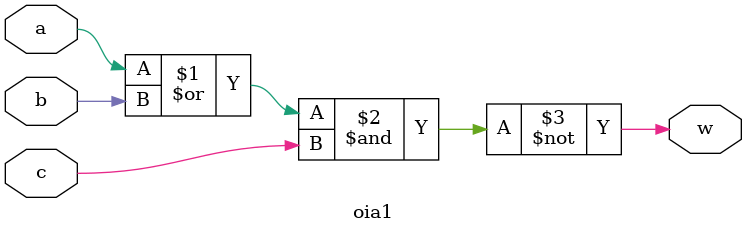
<source format=sv>
module oia1(input a,b,c, output w);
// supply1 vdd;
// supply0 gdd;
// wire y1, y2;
// pmos p1(y2, vdd, a), p2(w, y2, b), p3(w, vdd, c);
// nmos n1(y1, gdd, a), n2(y1, gdd, b), n3(w, y1, c);
assign w = ~((a|b)&c);
// #(6,7,8) #(3,4,5)
endmodule

</source>
